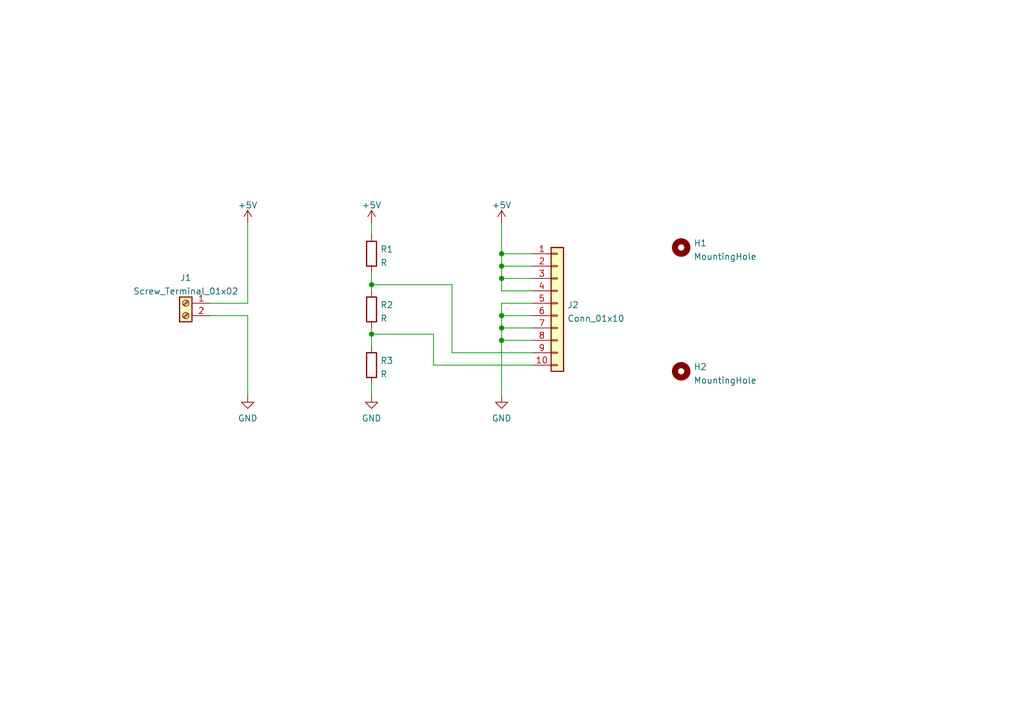
<source format=kicad_sch>
(kicad_sch (version 20211123) (generator eeschema)

  (uuid e63e39d7-6ac0-4ffd-8aa3-1841a4541b55)

  (paper "A5")

  (lib_symbols
    (symbol "Connector:Screw_Terminal_01x02" (pin_names (offset 1.016) hide) (in_bom yes) (on_board yes)
      (property "Reference" "J" (id 0) (at 0 2.54 0)
        (effects (font (size 1.27 1.27)))
      )
      (property "Value" "Screw_Terminal_01x02" (id 1) (at 0 -5.08 0)
        (effects (font (size 1.27 1.27)))
      )
      (property "Footprint" "" (id 2) (at 0 0 0)
        (effects (font (size 1.27 1.27)) hide)
      )
      (property "Datasheet" "~" (id 3) (at 0 0 0)
        (effects (font (size 1.27 1.27)) hide)
      )
      (property "ki_keywords" "screw terminal" (id 4) (at 0 0 0)
        (effects (font (size 1.27 1.27)) hide)
      )
      (property "ki_description" "Generic screw terminal, single row, 01x02, script generated (kicad-library-utils/schlib/autogen/connector/)" (id 5) (at 0 0 0)
        (effects (font (size 1.27 1.27)) hide)
      )
      (property "ki_fp_filters" "TerminalBlock*:*" (id 6) (at 0 0 0)
        (effects (font (size 1.27 1.27)) hide)
      )
      (symbol "Screw_Terminal_01x02_1_1"
        (rectangle (start -1.27 1.27) (end 1.27 -3.81)
          (stroke (width 0.254) (type default) (color 0 0 0 0))
          (fill (type background))
        )
        (circle (center 0 -2.54) (radius 0.635)
          (stroke (width 0.1524) (type default) (color 0 0 0 0))
          (fill (type none))
        )
        (polyline
          (pts
            (xy -0.5334 -2.2098)
            (xy 0.3302 -3.048)
          )
          (stroke (width 0.1524) (type default) (color 0 0 0 0))
          (fill (type none))
        )
        (polyline
          (pts
            (xy -0.5334 0.3302)
            (xy 0.3302 -0.508)
          )
          (stroke (width 0.1524) (type default) (color 0 0 0 0))
          (fill (type none))
        )
        (polyline
          (pts
            (xy -0.3556 -2.032)
            (xy 0.508 -2.8702)
          )
          (stroke (width 0.1524) (type default) (color 0 0 0 0))
          (fill (type none))
        )
        (polyline
          (pts
            (xy -0.3556 0.508)
            (xy 0.508 -0.3302)
          )
          (stroke (width 0.1524) (type default) (color 0 0 0 0))
          (fill (type none))
        )
        (circle (center 0 0) (radius 0.635)
          (stroke (width 0.1524) (type default) (color 0 0 0 0))
          (fill (type none))
        )
        (pin passive line (at -5.08 0 0) (length 3.81)
          (name "Pin_1" (effects (font (size 1.27 1.27))))
          (number "1" (effects (font (size 1.27 1.27))))
        )
        (pin passive line (at -5.08 -2.54 0) (length 3.81)
          (name "Pin_2" (effects (font (size 1.27 1.27))))
          (number "2" (effects (font (size 1.27 1.27))))
        )
      )
    )
    (symbol "Connector_Generic:Conn_01x10" (pin_names (offset 1.016) hide) (in_bom yes) (on_board yes)
      (property "Reference" "J" (id 0) (at 0 12.7 0)
        (effects (font (size 1.27 1.27)))
      )
      (property "Value" "Conn_01x10" (id 1) (at 0 -15.24 0)
        (effects (font (size 1.27 1.27)))
      )
      (property "Footprint" "" (id 2) (at 0 0 0)
        (effects (font (size 1.27 1.27)) hide)
      )
      (property "Datasheet" "~" (id 3) (at 0 0 0)
        (effects (font (size 1.27 1.27)) hide)
      )
      (property "ki_keywords" "connector" (id 4) (at 0 0 0)
        (effects (font (size 1.27 1.27)) hide)
      )
      (property "ki_description" "Generic connector, single row, 01x10, script generated (kicad-library-utils/schlib/autogen/connector/)" (id 5) (at 0 0 0)
        (effects (font (size 1.27 1.27)) hide)
      )
      (property "ki_fp_filters" "Connector*:*_1x??_*" (id 6) (at 0 0 0)
        (effects (font (size 1.27 1.27)) hide)
      )
      (symbol "Conn_01x10_1_1"
        (rectangle (start -1.27 -12.573) (end 0 -12.827)
          (stroke (width 0.1524) (type default) (color 0 0 0 0))
          (fill (type none))
        )
        (rectangle (start -1.27 -10.033) (end 0 -10.287)
          (stroke (width 0.1524) (type default) (color 0 0 0 0))
          (fill (type none))
        )
        (rectangle (start -1.27 -7.493) (end 0 -7.747)
          (stroke (width 0.1524) (type default) (color 0 0 0 0))
          (fill (type none))
        )
        (rectangle (start -1.27 -4.953) (end 0 -5.207)
          (stroke (width 0.1524) (type default) (color 0 0 0 0))
          (fill (type none))
        )
        (rectangle (start -1.27 -2.413) (end 0 -2.667)
          (stroke (width 0.1524) (type default) (color 0 0 0 0))
          (fill (type none))
        )
        (rectangle (start -1.27 0.127) (end 0 -0.127)
          (stroke (width 0.1524) (type default) (color 0 0 0 0))
          (fill (type none))
        )
        (rectangle (start -1.27 2.667) (end 0 2.413)
          (stroke (width 0.1524) (type default) (color 0 0 0 0))
          (fill (type none))
        )
        (rectangle (start -1.27 5.207) (end 0 4.953)
          (stroke (width 0.1524) (type default) (color 0 0 0 0))
          (fill (type none))
        )
        (rectangle (start -1.27 7.747) (end 0 7.493)
          (stroke (width 0.1524) (type default) (color 0 0 0 0))
          (fill (type none))
        )
        (rectangle (start -1.27 10.287) (end 0 10.033)
          (stroke (width 0.1524) (type default) (color 0 0 0 0))
          (fill (type none))
        )
        (rectangle (start -1.27 11.43) (end 1.27 -13.97)
          (stroke (width 0.254) (type default) (color 0 0 0 0))
          (fill (type background))
        )
        (pin passive line (at -5.08 10.16 0) (length 3.81)
          (name "Pin_1" (effects (font (size 1.27 1.27))))
          (number "1" (effects (font (size 1.27 1.27))))
        )
        (pin passive line (at -5.08 -12.7 0) (length 3.81)
          (name "Pin_10" (effects (font (size 1.27 1.27))))
          (number "10" (effects (font (size 1.27 1.27))))
        )
        (pin passive line (at -5.08 7.62 0) (length 3.81)
          (name "Pin_2" (effects (font (size 1.27 1.27))))
          (number "2" (effects (font (size 1.27 1.27))))
        )
        (pin passive line (at -5.08 5.08 0) (length 3.81)
          (name "Pin_3" (effects (font (size 1.27 1.27))))
          (number "3" (effects (font (size 1.27 1.27))))
        )
        (pin passive line (at -5.08 2.54 0) (length 3.81)
          (name "Pin_4" (effects (font (size 1.27 1.27))))
          (number "4" (effects (font (size 1.27 1.27))))
        )
        (pin passive line (at -5.08 0 0) (length 3.81)
          (name "Pin_5" (effects (font (size 1.27 1.27))))
          (number "5" (effects (font (size 1.27 1.27))))
        )
        (pin passive line (at -5.08 -2.54 0) (length 3.81)
          (name "Pin_6" (effects (font (size 1.27 1.27))))
          (number "6" (effects (font (size 1.27 1.27))))
        )
        (pin passive line (at -5.08 -5.08 0) (length 3.81)
          (name "Pin_7" (effects (font (size 1.27 1.27))))
          (number "7" (effects (font (size 1.27 1.27))))
        )
        (pin passive line (at -5.08 -7.62 0) (length 3.81)
          (name "Pin_8" (effects (font (size 1.27 1.27))))
          (number "8" (effects (font (size 1.27 1.27))))
        )
        (pin passive line (at -5.08 -10.16 0) (length 3.81)
          (name "Pin_9" (effects (font (size 1.27 1.27))))
          (number "9" (effects (font (size 1.27 1.27))))
        )
      )
    )
    (symbol "Device:R" (pin_numbers hide) (pin_names (offset 0)) (in_bom yes) (on_board yes)
      (property "Reference" "R" (id 0) (at 2.032 0 90)
        (effects (font (size 1.27 1.27)))
      )
      (property "Value" "R" (id 1) (at 0 0 90)
        (effects (font (size 1.27 1.27)))
      )
      (property "Footprint" "" (id 2) (at -1.778 0 90)
        (effects (font (size 1.27 1.27)) hide)
      )
      (property "Datasheet" "~" (id 3) (at 0 0 0)
        (effects (font (size 1.27 1.27)) hide)
      )
      (property "ki_keywords" "R res resistor" (id 4) (at 0 0 0)
        (effects (font (size 1.27 1.27)) hide)
      )
      (property "ki_description" "Resistor" (id 5) (at 0 0 0)
        (effects (font (size 1.27 1.27)) hide)
      )
      (property "ki_fp_filters" "R_*" (id 6) (at 0 0 0)
        (effects (font (size 1.27 1.27)) hide)
      )
      (symbol "R_0_1"
        (rectangle (start -1.016 -2.54) (end 1.016 2.54)
          (stroke (width 0.254) (type default) (color 0 0 0 0))
          (fill (type none))
        )
      )
      (symbol "R_1_1"
        (pin passive line (at 0 3.81 270) (length 1.27)
          (name "~" (effects (font (size 1.27 1.27))))
          (number "1" (effects (font (size 1.27 1.27))))
        )
        (pin passive line (at 0 -3.81 90) (length 1.27)
          (name "~" (effects (font (size 1.27 1.27))))
          (number "2" (effects (font (size 1.27 1.27))))
        )
      )
    )
    (symbol "Mechanical:MountingHole" (pin_names (offset 1.016)) (in_bom yes) (on_board yes)
      (property "Reference" "H" (id 0) (at 0 5.08 0)
        (effects (font (size 1.27 1.27)))
      )
      (property "Value" "MountingHole" (id 1) (at 0 3.175 0)
        (effects (font (size 1.27 1.27)))
      )
      (property "Footprint" "" (id 2) (at 0 0 0)
        (effects (font (size 1.27 1.27)) hide)
      )
      (property "Datasheet" "~" (id 3) (at 0 0 0)
        (effects (font (size 1.27 1.27)) hide)
      )
      (property "ki_keywords" "mounting hole" (id 4) (at 0 0 0)
        (effects (font (size 1.27 1.27)) hide)
      )
      (property "ki_description" "Mounting Hole without connection" (id 5) (at 0 0 0)
        (effects (font (size 1.27 1.27)) hide)
      )
      (property "ki_fp_filters" "MountingHole*" (id 6) (at 0 0 0)
        (effects (font (size 1.27 1.27)) hide)
      )
      (symbol "MountingHole_0_1"
        (circle (center 0 0) (radius 1.27)
          (stroke (width 1.27) (type default) (color 0 0 0 0))
          (fill (type none))
        )
      )
    )
    (symbol "power:+5V" (power) (pin_names (offset 0)) (in_bom yes) (on_board yes)
      (property "Reference" "#PWR" (id 0) (at 0 -3.81 0)
        (effects (font (size 1.27 1.27)) hide)
      )
      (property "Value" "+5V" (id 1) (at 0 3.556 0)
        (effects (font (size 1.27 1.27)))
      )
      (property "Footprint" "" (id 2) (at 0 0 0)
        (effects (font (size 1.27 1.27)) hide)
      )
      (property "Datasheet" "" (id 3) (at 0 0 0)
        (effects (font (size 1.27 1.27)) hide)
      )
      (property "ki_keywords" "power-flag" (id 4) (at 0 0 0)
        (effects (font (size 1.27 1.27)) hide)
      )
      (property "ki_description" "Power symbol creates a global label with name \"+5V\"" (id 5) (at 0 0 0)
        (effects (font (size 1.27 1.27)) hide)
      )
      (symbol "+5V_0_1"
        (polyline
          (pts
            (xy -0.762 1.27)
            (xy 0 2.54)
          )
          (stroke (width 0) (type default) (color 0 0 0 0))
          (fill (type none))
        )
        (polyline
          (pts
            (xy 0 0)
            (xy 0 2.54)
          )
          (stroke (width 0) (type default) (color 0 0 0 0))
          (fill (type none))
        )
        (polyline
          (pts
            (xy 0 2.54)
            (xy 0.762 1.27)
          )
          (stroke (width 0) (type default) (color 0 0 0 0))
          (fill (type none))
        )
      )
      (symbol "+5V_1_1"
        (pin power_in line (at 0 0 90) (length 0) hide
          (name "+5V" (effects (font (size 1.27 1.27))))
          (number "1" (effects (font (size 1.27 1.27))))
        )
      )
    )
    (symbol "power:GND" (power) (pin_names (offset 0)) (in_bom yes) (on_board yes)
      (property "Reference" "#PWR" (id 0) (at 0 -6.35 0)
        (effects (font (size 1.27 1.27)) hide)
      )
      (property "Value" "GND" (id 1) (at 0 -3.81 0)
        (effects (font (size 1.27 1.27)))
      )
      (property "Footprint" "" (id 2) (at 0 0 0)
        (effects (font (size 1.27 1.27)) hide)
      )
      (property "Datasheet" "" (id 3) (at 0 0 0)
        (effects (font (size 1.27 1.27)) hide)
      )
      (property "ki_keywords" "power-flag" (id 4) (at 0 0 0)
        (effects (font (size 1.27 1.27)) hide)
      )
      (property "ki_description" "Power symbol creates a global label with name \"GND\" , ground" (id 5) (at 0 0 0)
        (effects (font (size 1.27 1.27)) hide)
      )
      (symbol "GND_0_1"
        (polyline
          (pts
            (xy 0 0)
            (xy 0 -1.27)
            (xy 1.27 -1.27)
            (xy 0 -2.54)
            (xy -1.27 -1.27)
            (xy 0 -1.27)
          )
          (stroke (width 0) (type default) (color 0 0 0 0))
          (fill (type none))
        )
      )
      (symbol "GND_1_1"
        (pin power_in line (at 0 0 270) (length 0) hide
          (name "GND" (effects (font (size 1.27 1.27))))
          (number "1" (effects (font (size 1.27 1.27))))
        )
      )
    )
  )

  (junction (at 102.87 52.07) (diameter 0) (color 0 0 0 0)
    (uuid 28b01cd2-da3a-46ec-8825-b0f31a0b8987)
  )
  (junction (at 102.87 67.31) (diameter 0) (color 0 0 0 0)
    (uuid 466b3d8f-9c37-46d4-9e32-10692f4de6ef)
  )
  (junction (at 102.87 64.77) (diameter 0) (color 0 0 0 0)
    (uuid 5806f166-c5b7-446b-9db4-5eae522d94cc)
  )
  (junction (at 102.87 69.85) (diameter 0) (color 0 0 0 0)
    (uuid 65086639-65bd-424a-9186-02e953a935f8)
  )
  (junction (at 102.87 57.15) (diameter 0) (color 0 0 0 0)
    (uuid 8aeda7bd-b078-427a-a185-d5bc595c6436)
  )
  (junction (at 76.2 58.42) (diameter 0) (color 0 0 0 0)
    (uuid c698abea-a780-4c15-939b-1bd03b379ab9)
  )
  (junction (at 76.2 68.58) (diameter 0) (color 0 0 0 0)
    (uuid f22f0edf-0973-48cc-a719-d0ce5475af7a)
  )
  (junction (at 102.87 54.61) (diameter 0) (color 0 0 0 0)
    (uuid fcd4e06b-2675-4606-a0e4-dbc3cd5775d6)
  )

  (wire (pts (xy 102.87 45.72) (xy 102.87 52.07))
    (stroke (width 0) (type default) (color 0 0 0 0))
    (uuid 0a8dfc5c-35dc-4e44-a2bf-5968ebf90cca)
  )
  (wire (pts (xy 50.8 64.77) (xy 43.18 64.77))
    (stroke (width 0) (type default) (color 0 0 0 0))
    (uuid 1c1cc89f-f374-4f47-b9c1-6a06fc4f7913)
  )
  (wire (pts (xy 102.87 67.31) (xy 109.22 67.31))
    (stroke (width 0) (type default) (color 0 0 0 0))
    (uuid 1cd0e66a-1483-4c0a-9ae4-bba9c34e7841)
  )
  (wire (pts (xy 102.87 52.07) (xy 102.87 54.61))
    (stroke (width 0) (type default) (color 0 0 0 0))
    (uuid 251669f2-aed1-46fe-b2e4-9582ff1e4084)
  )
  (wire (pts (xy 102.87 69.85) (xy 109.22 69.85))
    (stroke (width 0) (type default) (color 0 0 0 0))
    (uuid 25ce5d25-3793-4d86-abee-e0637cf2584a)
  )
  (wire (pts (xy 109.22 62.23) (xy 102.87 62.23))
    (stroke (width 0) (type default) (color 0 0 0 0))
    (uuid 2f3e5a9a-ff28-417a-9043-5a0b1deab777)
  )
  (wire (pts (xy 102.87 57.15) (xy 109.22 57.15))
    (stroke (width 0) (type default) (color 0 0 0 0))
    (uuid 3198b8ca-7d11-4e0c-89a4-c173f9fcf724)
  )
  (wire (pts (xy 102.87 54.61) (xy 102.87 57.15))
    (stroke (width 0) (type default) (color 0 0 0 0))
    (uuid 3c601655-d53e-4699-ad07-74023b5f078c)
  )
  (wire (pts (xy 76.2 55.88) (xy 76.2 58.42))
    (stroke (width 0) (type default) (color 0 0 0 0))
    (uuid 3c97148e-22d8-44e6-b996-a8029f2f87ec)
  )
  (wire (pts (xy 102.87 64.77) (xy 109.22 64.77))
    (stroke (width 0) (type default) (color 0 0 0 0))
    (uuid 425377cf-8ef6-4013-8b3f-871d122fe0a8)
  )
  (wire (pts (xy 102.87 62.23) (xy 102.87 64.77))
    (stroke (width 0) (type default) (color 0 0 0 0))
    (uuid 4e120d68-8e67-4747-bebb-7fd19b519624)
  )
  (wire (pts (xy 50.8 62.23) (xy 43.18 62.23))
    (stroke (width 0) (type default) (color 0 0 0 0))
    (uuid 4ed6796c-0a51-487a-be55-7848b5415f35)
  )
  (wire (pts (xy 92.71 72.39) (xy 92.71 58.42))
    (stroke (width 0) (type default) (color 0 0 0 0))
    (uuid 53d7f7a6-afd0-4267-8208-86036defbf0d)
  )
  (wire (pts (xy 102.87 57.15) (xy 102.87 59.69))
    (stroke (width 0) (type default) (color 0 0 0 0))
    (uuid 5cff09b0-b3d4-41a7-a6a4-7f917b40eda9)
  )
  (wire (pts (xy 76.2 58.42) (xy 76.2 59.69))
    (stroke (width 0) (type default) (color 0 0 0 0))
    (uuid 5d25158a-0f0c-4762-b2d3-4f1642e70431)
  )
  (wire (pts (xy 76.2 68.58) (xy 76.2 71.12))
    (stroke (width 0) (type default) (color 0 0 0 0))
    (uuid 725b7088-5e5d-400d-8e81-45ca4eecb09a)
  )
  (wire (pts (xy 88.9 74.93) (xy 109.22 74.93))
    (stroke (width 0) (type default) (color 0 0 0 0))
    (uuid 74495a3f-9f01-4441-977e-348554694c47)
  )
  (wire (pts (xy 102.87 67.31) (xy 102.87 69.85))
    (stroke (width 0) (type default) (color 0 0 0 0))
    (uuid 87026703-3c05-4347-8f3c-e1fbde3f8f10)
  )
  (wire (pts (xy 76.2 68.58) (xy 88.9 68.58))
    (stroke (width 0) (type default) (color 0 0 0 0))
    (uuid 92f10fd8-45fa-4cf1-834a-645689907c94)
  )
  (wire (pts (xy 76.2 67.31) (xy 76.2 68.58))
    (stroke (width 0) (type default) (color 0 0 0 0))
    (uuid 93483910-0cc8-4d12-ac63-57df43db2705)
  )
  (wire (pts (xy 102.87 59.69) (xy 109.22 59.69))
    (stroke (width 0) (type default) (color 0 0 0 0))
    (uuid 969039f3-b917-4772-a4c3-c593cb31029a)
  )
  (wire (pts (xy 76.2 58.42) (xy 92.71 58.42))
    (stroke (width 0) (type default) (color 0 0 0 0))
    (uuid 96c95083-3979-4b29-958c-66f4a0bcd902)
  )
  (wire (pts (xy 76.2 45.72) (xy 76.2 48.26))
    (stroke (width 0) (type default) (color 0 0 0 0))
    (uuid 9b222da4-70a1-43e3-bfee-4b3715b4e51c)
  )
  (wire (pts (xy 102.87 52.07) (xy 109.22 52.07))
    (stroke (width 0) (type default) (color 0 0 0 0))
    (uuid a49e8613-3cd2-48ed-8977-6bb5023f7722)
  )
  (wire (pts (xy 50.8 81.28) (xy 50.8 64.77))
    (stroke (width 0) (type default) (color 0 0 0 0))
    (uuid a5bd9b1b-85ff-4610-a8e6-790e42d610d2)
  )
  (wire (pts (xy 102.87 64.77) (xy 102.87 67.31))
    (stroke (width 0) (type default) (color 0 0 0 0))
    (uuid ada46483-405b-43ae-86e2-bd8983c99f2a)
  )
  (wire (pts (xy 50.8 45.72) (xy 50.8 62.23))
    (stroke (width 0) (type default) (color 0 0 0 0))
    (uuid b4db532f-e26f-4bbd-b76e-640ddef42cbc)
  )
  (wire (pts (xy 109.22 72.39) (xy 92.71 72.39))
    (stroke (width 0) (type default) (color 0 0 0 0))
    (uuid ba7f3f5f-62c7-45c0-891d-0a4b7bd0277b)
  )
  (wire (pts (xy 88.9 68.58) (xy 88.9 74.93))
    (stroke (width 0) (type default) (color 0 0 0 0))
    (uuid bea485c4-3ce9-4a63-8340-c0f6eee824dd)
  )
  (wire (pts (xy 102.87 54.61) (xy 109.22 54.61))
    (stroke (width 0) (type default) (color 0 0 0 0))
    (uuid c2948fc4-d8e7-42a5-888d-c744528c03f5)
  )
  (wire (pts (xy 76.2 78.74) (xy 76.2 81.28))
    (stroke (width 0) (type default) (color 0 0 0 0))
    (uuid ca49d009-84fa-4129-b874-cf92ff68cb47)
  )
  (wire (pts (xy 102.87 69.85) (xy 102.87 81.28))
    (stroke (width 0) (type default) (color 0 0 0 0))
    (uuid f8334445-03d8-4bd9-86b6-6d3e42f0464a)
  )

  (symbol (lib_id "Connector:Screw_Terminal_01x02") (at 38.1 62.23 0) (mirror y) (unit 1)
    (in_bom yes) (on_board yes) (fields_autoplaced)
    (uuid 19d6a411-8997-491d-aace-09fdbc63404d)
    (property "Reference" "J1" (id 0) (at 38.1 56.9935 0))
    (property "Value" "Screw_Terminal_01x02" (id 1) (at 38.1 59.7686 0))
    (property "Footprint" "TerminalBlock_RND:TerminalBlock_RND_205-00232_1x02_P5.08mm_Horizontal" (id 2) (at 38.1 62.23 0)
      (effects (font (size 1.27 1.27)) hide)
    )
    (property "Datasheet" "~" (id 3) (at 38.1 62.23 0)
      (effects (font (size 1.27 1.27)) hide)
    )
    (pin "1" (uuid d40f18db-c543-4c22-a8b0-72b9c9e5ae8b))
    (pin "2" (uuid 88e4f832-79d6-4c54-9ce3-4328dcb9d5b5))
  )

  (symbol (lib_id "Device:R") (at 76.2 52.07 0) (unit 1)
    (in_bom yes) (on_board yes) (fields_autoplaced)
    (uuid 436c0143-4769-409c-b859-0f411140d9a7)
    (property "Reference" "R1" (id 0) (at 77.978 51.1615 0)
      (effects (font (size 1.27 1.27)) (justify left))
    )
    (property "Value" "R" (id 1) (at 77.978 53.9366 0)
      (effects (font (size 1.27 1.27)) (justify left))
    )
    (property "Footprint" "Resistor_SMD:R_0805_2012Metric" (id 2) (at 74.422 52.07 90)
      (effects (font (size 1.27 1.27)) hide)
    )
    (property "Datasheet" "~" (id 3) (at 76.2 52.07 0)
      (effects (font (size 1.27 1.27)) hide)
    )
    (pin "1" (uuid b076bfca-9ea3-4259-9da1-efe42ed5037f))
    (pin "2" (uuid d8d61e79-7ab3-4af7-80f5-6599f1b93e80))
  )

  (symbol (lib_id "power:GND") (at 102.87 81.28 0) (unit 1)
    (in_bom yes) (on_board yes) (fields_autoplaced)
    (uuid 4d3a1f72-d521-46ae-8fe1-3f8221038335)
    (property "Reference" "#PWR06" (id 0) (at 102.87 87.63 0)
      (effects (font (size 1.27 1.27)) hide)
    )
    (property "Value" "GND" (id 1) (at 102.87 85.8425 0))
    (property "Footprint" "" (id 2) (at 102.87 81.28 0)
      (effects (font (size 1.27 1.27)) hide)
    )
    (property "Datasheet" "" (id 3) (at 102.87 81.28 0)
      (effects (font (size 1.27 1.27)) hide)
    )
    (pin "1" (uuid 2e36ce87-4661-4b8f-956a-16dc559e1b50))
  )

  (symbol (lib_id "Connector_Generic:Conn_01x10") (at 114.3 62.23 0) (unit 1)
    (in_bom yes) (on_board yes) (fields_autoplaced)
    (uuid 4f2f68c4-6fa0-45ce-b5c2-e911daddcd12)
    (property "Reference" "J2" (id 0) (at 116.332 62.5915 0)
      (effects (font (size 1.27 1.27)) (justify left))
    )
    (property "Value" "Conn_01x10" (id 1) (at 116.332 65.3666 0)
      (effects (font (size 1.27 1.27)) (justify left))
    )
    (property "Footprint" "Connector_IDC:IDC-Header_2x05_P2.54mm_Vertical" (id 2) (at 114.3 62.23 0)
      (effects (font (size 1.27 1.27)) hide)
    )
    (property "Datasheet" "~" (id 3) (at 114.3 62.23 0)
      (effects (font (size 1.27 1.27)) hide)
    )
    (pin "1" (uuid dd6c35f3-ae45-4706-ad6f-8028797ca8e0))
    (pin "10" (uuid 39845449-7a31-4262-86b1-e7af14a6659f))
    (pin "2" (uuid 07652224-af43-42a2-841c-1883ba305bc4))
    (pin "3" (uuid b8e1a8b8-63f0-4e53-a6cb-c8edf9a649c4))
    (pin "4" (uuid 63286bbb-78a3-4368-a50a-f6bf5f1653b0))
    (pin "5" (uuid e4184668-3bdd-4cb2-a053-4f3d5e57b541))
    (pin "6" (uuid ea745685-58a4-4364-a674-15381eadb187))
    (pin "7" (uuid c6bba6d7-3631-448e-9df8-b5a9e3238ade))
    (pin "8" (uuid adcbf4d0-ed9c-4c7d-b78f-3bcbe974bdcb))
    (pin "9" (uuid 4b471778-f61d-4b9d-a507-3d4f82ec4b7c))
  )

  (symbol (lib_id "Mechanical:MountingHole") (at 139.7 50.8 0) (unit 1)
    (in_bom yes) (on_board yes) (fields_autoplaced)
    (uuid 5f714629-119e-4043-afb5-5f3ff1088ecb)
    (property "Reference" "H1" (id 0) (at 142.24 49.8915 0)
      (effects (font (size 1.27 1.27)) (justify left))
    )
    (property "Value" "MountingHole" (id 1) (at 142.24 52.6666 0)
      (effects (font (size 1.27 1.27)) (justify left))
    )
    (property "Footprint" "MountingHole:MountingHole_3.2mm_M3" (id 2) (at 139.7 50.8 0)
      (effects (font (size 1.27 1.27)) hide)
    )
    (property "Datasheet" "~" (id 3) (at 139.7 50.8 0)
      (effects (font (size 1.27 1.27)) hide)
    )
  )

  (symbol (lib_id "power:+5V") (at 76.2 45.72 0) (unit 1)
    (in_bom yes) (on_board yes) (fields_autoplaced)
    (uuid 68472c8b-b4c7-4ccf-9ce5-7f62a450b060)
    (property "Reference" "#PWR02" (id 0) (at 76.2 49.53 0)
      (effects (font (size 1.27 1.27)) hide)
    )
    (property "Value" "+5V" (id 1) (at 76.2 42.1155 0))
    (property "Footprint" "" (id 2) (at 76.2 45.72 0)
      (effects (font (size 1.27 1.27)) hide)
    )
    (property "Datasheet" "" (id 3) (at 76.2 45.72 0)
      (effects (font (size 1.27 1.27)) hide)
    )
    (pin "1" (uuid 64584829-728a-4a12-8f0c-a5eb2c4e249e))
  )

  (symbol (lib_id "power:GND") (at 76.2 81.28 0) (unit 1)
    (in_bom yes) (on_board yes) (fields_autoplaced)
    (uuid 6d132433-a1c4-48cf-a5d0-7501450a0751)
    (property "Reference" "#PWR05" (id 0) (at 76.2 87.63 0)
      (effects (font (size 1.27 1.27)) hide)
    )
    (property "Value" "GND" (id 1) (at 76.2 85.8425 0))
    (property "Footprint" "" (id 2) (at 76.2 81.28 0)
      (effects (font (size 1.27 1.27)) hide)
    )
    (property "Datasheet" "" (id 3) (at 76.2 81.28 0)
      (effects (font (size 1.27 1.27)) hide)
    )
    (pin "1" (uuid a48f48fc-81dc-4051-a096-88641ad8095c))
  )

  (symbol (lib_id "power:+5V") (at 50.8 45.72 0) (unit 1)
    (in_bom yes) (on_board yes) (fields_autoplaced)
    (uuid 824baf9a-39fe-41be-9247-e5ae2532076d)
    (property "Reference" "#PWR01" (id 0) (at 50.8 49.53 0)
      (effects (font (size 1.27 1.27)) hide)
    )
    (property "Value" "+5V" (id 1) (at 50.8 42.1155 0))
    (property "Footprint" "" (id 2) (at 50.8 45.72 0)
      (effects (font (size 1.27 1.27)) hide)
    )
    (property "Datasheet" "" (id 3) (at 50.8 45.72 0)
      (effects (font (size 1.27 1.27)) hide)
    )
    (pin "1" (uuid 349eec0f-6743-4b8b-b3c8-ddec3a5db568))
  )

  (symbol (lib_id "power:GND") (at 50.8 81.28 0) (unit 1)
    (in_bom yes) (on_board yes) (fields_autoplaced)
    (uuid 9392d5fe-1ba0-408a-949f-5cec0cc8d6ff)
    (property "Reference" "#PWR04" (id 0) (at 50.8 87.63 0)
      (effects (font (size 1.27 1.27)) hide)
    )
    (property "Value" "GND" (id 1) (at 50.8 85.8425 0))
    (property "Footprint" "" (id 2) (at 50.8 81.28 0)
      (effects (font (size 1.27 1.27)) hide)
    )
    (property "Datasheet" "" (id 3) (at 50.8 81.28 0)
      (effects (font (size 1.27 1.27)) hide)
    )
    (pin "1" (uuid b318de65-bd40-43dc-9f15-3d6e8b2c0e9e))
  )

  (symbol (lib_id "Device:R") (at 76.2 74.93 0) (unit 1)
    (in_bom yes) (on_board yes) (fields_autoplaced)
    (uuid 967273f1-c09d-4ffb-9418-6d893dd3f41c)
    (property "Reference" "R3" (id 0) (at 77.978 74.0215 0)
      (effects (font (size 1.27 1.27)) (justify left))
    )
    (property "Value" "R" (id 1) (at 77.978 76.7966 0)
      (effects (font (size 1.27 1.27)) (justify left))
    )
    (property "Footprint" "Resistor_SMD:R_0805_2012Metric" (id 2) (at 74.422 74.93 90)
      (effects (font (size 1.27 1.27)) hide)
    )
    (property "Datasheet" "~" (id 3) (at 76.2 74.93 0)
      (effects (font (size 1.27 1.27)) hide)
    )
    (pin "1" (uuid b8a81b54-4d39-413d-a68c-b4f48be955d5))
    (pin "2" (uuid 7314c2d2-48e2-4f34-b685-3af47ead6d03))
  )

  (symbol (lib_id "power:+5V") (at 102.87 45.72 0) (unit 1)
    (in_bom yes) (on_board yes) (fields_autoplaced)
    (uuid b547dd70-2ea7-4cfd-a1ee-911561975d81)
    (property "Reference" "#PWR03" (id 0) (at 102.87 49.53 0)
      (effects (font (size 1.27 1.27)) hide)
    )
    (property "Value" "+5V" (id 1) (at 102.87 42.1155 0))
    (property "Footprint" "" (id 2) (at 102.87 45.72 0)
      (effects (font (size 1.27 1.27)) hide)
    )
    (property "Datasheet" "" (id 3) (at 102.87 45.72 0)
      (effects (font (size 1.27 1.27)) hide)
    )
    (pin "1" (uuid 21573090-1953-4b11-9042-108ae79fe9c5))
  )

  (symbol (lib_id "Device:R") (at 76.2 63.5 0) (unit 1)
    (in_bom yes) (on_board yes) (fields_autoplaced)
    (uuid bc9d2462-5a93-4cbc-995b-c6246bf109ef)
    (property "Reference" "R2" (id 0) (at 77.978 62.5915 0)
      (effects (font (size 1.27 1.27)) (justify left))
    )
    (property "Value" "R" (id 1) (at 77.978 65.3666 0)
      (effects (font (size 1.27 1.27)) (justify left))
    )
    (property "Footprint" "Resistor_SMD:R_0805_2012Metric" (id 2) (at 74.422 63.5 90)
      (effects (font (size 1.27 1.27)) hide)
    )
    (property "Datasheet" "~" (id 3) (at 76.2 63.5 0)
      (effects (font (size 1.27 1.27)) hide)
    )
    (pin "1" (uuid 5c88f8d0-b13e-4854-9626-de92b1d5210f))
    (pin "2" (uuid 366beb35-98dc-4b97-8c7f-596e44284f35))
  )

  (symbol (lib_id "Mechanical:MountingHole") (at 139.7 76.2 0) (unit 1)
    (in_bom yes) (on_board yes) (fields_autoplaced)
    (uuid bf031072-d7d0-42ee-8ced-e692c661ad51)
    (property "Reference" "H2" (id 0) (at 142.24 75.2915 0)
      (effects (font (size 1.27 1.27)) (justify left))
    )
    (property "Value" "MountingHole" (id 1) (at 142.24 78.0666 0)
      (effects (font (size 1.27 1.27)) (justify left))
    )
    (property "Footprint" "MountingHole:MountingHole_3.2mm_M3" (id 2) (at 139.7 76.2 0)
      (effects (font (size 1.27 1.27)) hide)
    )
    (property "Datasheet" "~" (id 3) (at 139.7 76.2 0)
      (effects (font (size 1.27 1.27)) hide)
    )
  )

  (sheet_instances
    (path "/" (page "1"))
  )

  (symbol_instances
    (path "/824baf9a-39fe-41be-9247-e5ae2532076d"
      (reference "#PWR01") (unit 1) (value "+5V") (footprint "")
    )
    (path "/68472c8b-b4c7-4ccf-9ce5-7f62a450b060"
      (reference "#PWR02") (unit 1) (value "+5V") (footprint "")
    )
    (path "/b547dd70-2ea7-4cfd-a1ee-911561975d81"
      (reference "#PWR03") (unit 1) (value "+5V") (footprint "")
    )
    (path "/9392d5fe-1ba0-408a-949f-5cec0cc8d6ff"
      (reference "#PWR04") (unit 1) (value "GND") (footprint "")
    )
    (path "/6d132433-a1c4-48cf-a5d0-7501450a0751"
      (reference "#PWR05") (unit 1) (value "GND") (footprint "")
    )
    (path "/4d3a1f72-d521-46ae-8fe1-3f8221038335"
      (reference "#PWR06") (unit 1) (value "GND") (footprint "")
    )
    (path "/5f714629-119e-4043-afb5-5f3ff1088ecb"
      (reference "H1") (unit 1) (value "MountingHole") (footprint "MountingHole:MountingHole_3.2mm_M3")
    )
    (path "/bf031072-d7d0-42ee-8ced-e692c661ad51"
      (reference "H2") (unit 1) (value "MountingHole") (footprint "MountingHole:MountingHole_3.2mm_M3")
    )
    (path "/19d6a411-8997-491d-aace-09fdbc63404d"
      (reference "J1") (unit 1) (value "Screw_Terminal_01x02") (footprint "TerminalBlock_RND:TerminalBlock_RND_205-00232_1x02_P5.08mm_Horizontal")
    )
    (path "/4f2f68c4-6fa0-45ce-b5c2-e911daddcd12"
      (reference "J2") (unit 1) (value "Conn_01x10") (footprint "Connector_IDC:IDC-Header_2x05_P2.54mm_Vertical")
    )
    (path "/436c0143-4769-409c-b859-0f411140d9a7"
      (reference "R1") (unit 1) (value "R") (footprint "Resistor_SMD:R_0805_2012Metric")
    )
    (path "/bc9d2462-5a93-4cbc-995b-c6246bf109ef"
      (reference "R2") (unit 1) (value "R") (footprint "Resistor_SMD:R_0805_2012Metric")
    )
    (path "/967273f1-c09d-4ffb-9418-6d893dd3f41c"
      (reference "R3") (unit 1) (value "R") (footprint "Resistor_SMD:R_0805_2012Metric")
    )
  )
)

</source>
